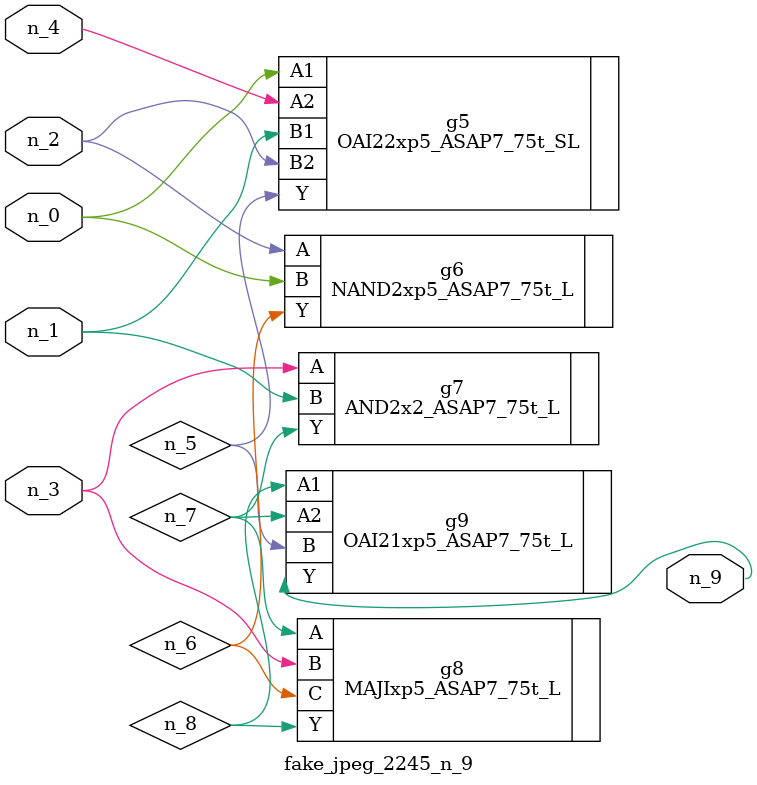
<source format=v>
module fake_jpeg_2245_n_9 (n_3, n_2, n_1, n_0, n_4, n_9);

input n_3;
input n_2;
input n_1;
input n_0;
input n_4;

output n_9;

wire n_8;
wire n_6;
wire n_5;
wire n_7;

OAI22xp5_ASAP7_75t_SL g5 ( 
.A1(n_0),
.A2(n_4),
.B1(n_1),
.B2(n_2),
.Y(n_5)
);

NAND2xp5_ASAP7_75t_L g6 ( 
.A(n_2),
.B(n_0),
.Y(n_6)
);

AND2x2_ASAP7_75t_L g7 ( 
.A(n_3),
.B(n_1),
.Y(n_7)
);

MAJIxp5_ASAP7_75t_L g8 ( 
.A(n_7),
.B(n_3),
.C(n_6),
.Y(n_8)
);

OAI21xp5_ASAP7_75t_L g9 ( 
.A1(n_8),
.A2(n_7),
.B(n_5),
.Y(n_9)
);


endmodule
</source>
